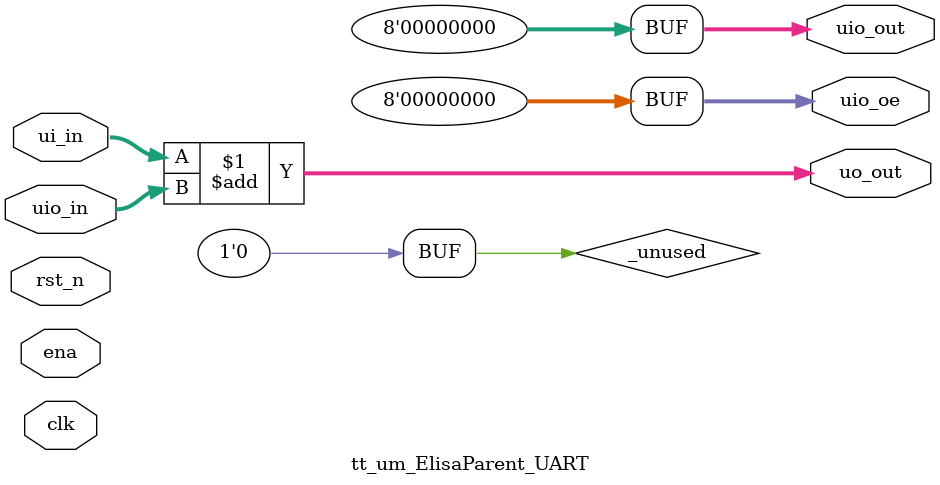
<source format=v>
/*
 * Copyright (c) 2024 Your Name
 * SPDX-License-Identifier: Apache-2.0
 */

`default_nettype none

module tt_um_ElisaParent_UART (
    input  wire [7:0] ui_in,    // Dedicated inputs
    output wire [7:0] uo_out,   // Dedicated outputs
    input  wire [7:0] uio_in,   // IOs: Input path
    output wire [7:0] uio_out,  // IOs: Output path
    output wire [7:0] uio_oe,   // IOs: Enable path (active high: 0=input, 1=output)
    input  wire       ena,      // always 1 when the design is powered, so you can ignore it
    input  wire       clk,      // clock
    input  wire       rst_n     // reset_n - low to reset
);

  // All output pins must be assigned. If not used, assign to 0.
  assign uo_out  = ui_in + uio_in;  // Example: ou_out is the sum of ui_in and uio_in
  assign uio_out = 0;
  assign uio_oe  = 0;

  // List all unused inputs to prevent warnings
  wire _unused = &{ena, clk, rst_n, 1'b0};

endmodule

</source>
